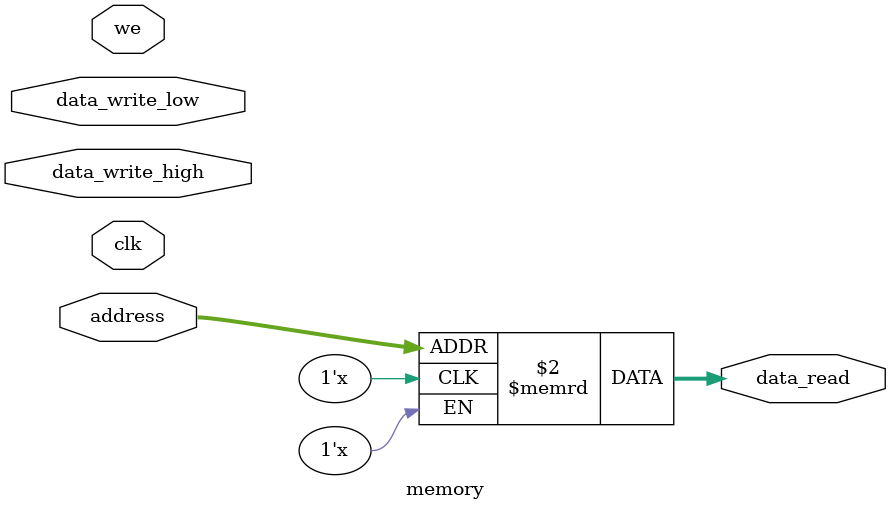
<source format=v>
module memory
    #(parameter data_width = 16,
      parameter addr_width = 16)
     (input  [addr_width-1:0] address,
      input  [data_width-1:0] data_write_high,
      input  [data_width-1:0] data_write_low,
      input                   clk,
      input                   we,
      //output reg [data_width-1:0] data_read_high,
      output reg [data_width-1:0] data_read);

    reg [data_width-1:0] mem [0:(2**addr_width)-1];

/*    always @(posedge clk) begin : write_proc
        if (we == 1)begin
            mem[address] = data_write_high;
            mem[address+1] = data_write_low;
        end
    end
*/

    always @(*) begin : read_proc
        data_read <= mem[address];
        //data_read_low = mem[address+1];
    end

endmodule


</source>
